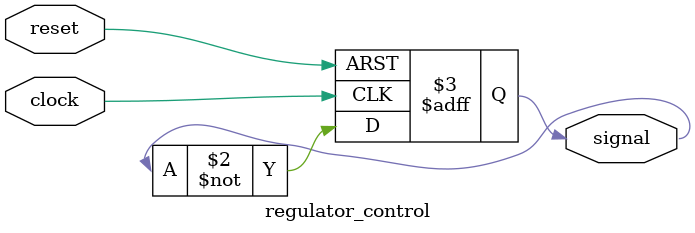
<source format=v>
module regulator_control ( clock, reset, signal);

input	clock;
input	reset;
output	signal;

reg signal;

always@(posedge clock or posedge reset)
	begin
	if(reset)
		begin
			signal <= 1'b1;
		end
	else
		begin
			signal <= ~signal;
		end
	end


endmodule

</source>
